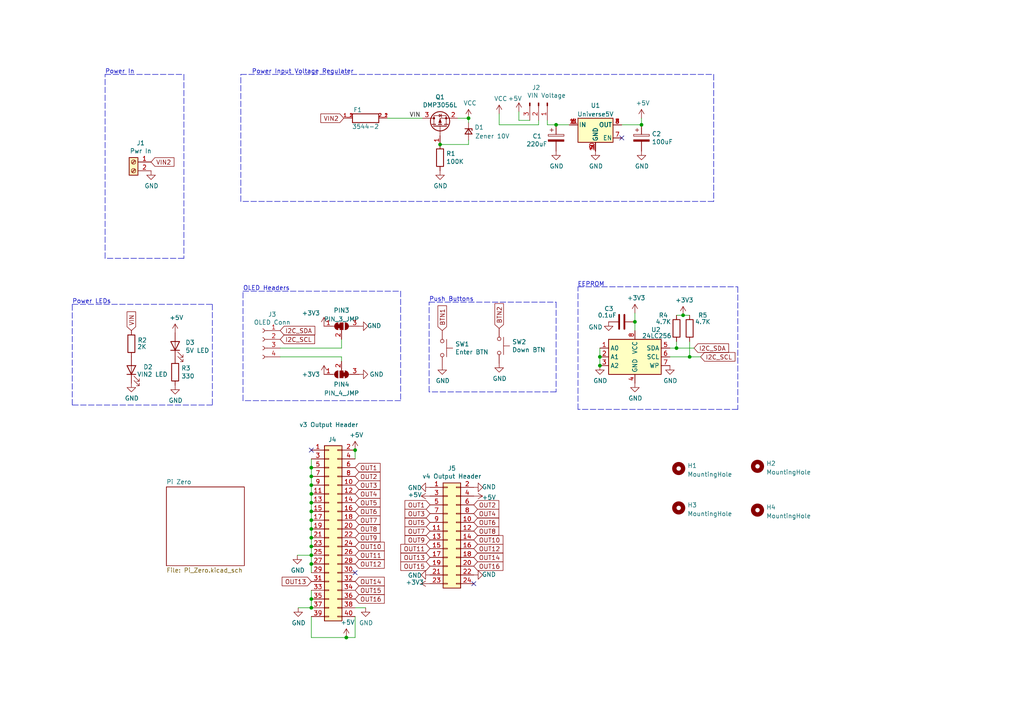
<source format=kicad_sch>
(kicad_sch (version 20211123) (generator eeschema)
  (paper "A4")
  (title_block (title "Pi Zero Expansion") (date "2022-09-01") (rev "v1") (company "Scott Hanson"))
  (lib_symbols
    (symbol "Connector:Conn_01x03_Male" (pin_names (offset 1.016) hide)
      (property "Reference" "J" (at 0 5.08 0))
      (property "Value" "Conn_01x03_Male" (at 0 -5.08 0))
      (symbol "Conn_01x03_Male_1_1"
        (polyline (pts (xy 1.27 -2.54) (xy 0.8636 -2.54)) (stroke (width 0.1524)))
        (polyline (pts (xy 1.27 0) (xy 0.8636 0)) (stroke (width 0.1524)))
        (polyline (pts (xy 1.27 2.54) (xy 0.8636 2.54)) (stroke (width 0.1524)))
        (rectangle (start 0.8636 -2.413) (end 0 -2.667) (stroke (width 0.1524)) (fill (type outline)))
        (rectangle (start 0.8636 0.127) (end 0 -0.127) (stroke (width 0.1524)) (fill (type outline)))
        (rectangle (start 0.8636 2.667) (end 0 2.413) (stroke (width 0.1524)) (fill (type outline)))
        (pin passive line (at 5.08 2.54 180) (length 3.81) (name "Pin_1") (number "1"))
        (pin passive line (at 5.08 0 180) (length 3.81) (name "Pin_2") (number "2"))
        (pin passive line (at 5.08 -2.54 180) (length 3.81) (name "Pin_3") (number "3"))
      )
    )
    (symbol "Connector:Conn_01x04_Female" (pin_names (offset 1.016) hide)
      (property "Reference" "J" (at 0 5.08 0))
      (property "Value" "Conn_01x04_Female" (at 0 -7.62 0))
      (symbol "Conn_01x04_Female_1_1"
        (arc (start 0 -4.572) (mid -0.508 -5.08) (end 0 -5.588) (stroke (width 0.1524)))
        (arc (start 0 -2.032) (mid -0.508 -2.54) (end 0 -3.048) (stroke (width 0.1524)))
        (polyline (pts (xy -1.27 -5.08) (xy -0.508 -5.08)) (stroke (width 0.1524)))
        (polyline (pts (xy -1.27 -2.54) (xy -0.508 -2.54)) (stroke (width 0.1524)))
        (polyline (pts (xy -1.27 0) (xy -0.508 0)) (stroke (width 0.1524)))
        (polyline (pts (xy -1.27 2.54) (xy -0.508 2.54)) (stroke (width 0.1524)))
        (arc (start 0 0.508) (mid -0.508 0) (end 0 -0.508) (stroke (width 0.1524)))
        (arc (start 0 3.048) (mid -0.508 2.54) (end 0 2.032) (stroke (width 0.1524)))
        (pin passive line (at -5.08 2.54 0) (length 3.81) (name "Pin_1") (number "1"))
        (pin passive line (at -5.08 0 0) (length 3.81) (name "Pin_2") (number "2"))
        (pin passive line (at -5.08 -2.54 0) (length 3.81) (name "Pin_3") (number "3"))
        (pin passive line (at -5.08 -5.08 0) (length 3.81) (name "Pin_4") (number "4"))
      )
    )
    (symbol "Connector:Screw_Terminal_01x02" (pin_names (offset 1.016) hide)
      (property "Reference" "J" (at 0 2.54 0))
      (property "Value" "Screw_Terminal_01x02" (at 0 -5.08 0))
      (symbol "Screw_Terminal_01x02_1_1"
        (rectangle (start -1.27 1.27) (end 1.27 -3.81) (stroke (width 0.254)) (fill (type background)))
        (circle (center 0 -2.54) (radius 0.635) (stroke (width 0.1524)))
        (polyline (pts (xy -0.5334 -2.2098) (xy 0.3302 -3.048)) (stroke (width 0.1524)))
        (polyline (pts (xy -0.5334 0.3302) (xy 0.3302 -0.508)) (stroke (width 0.1524)))
        (polyline (pts (xy -0.3556 -2.032) (xy 0.508 -2.8702)) (stroke (width 0.1524)))
        (polyline (pts (xy -0.3556 0.508) (xy 0.508 -0.3302)) (stroke (width 0.1524)))
        (circle (center 0 0) (radius 0.635) (stroke (width 0.1524)))
        (pin passive line (at -5.08 0 0) (length 3.81) (name "Pin_1") (number "1"))
        (pin passive line (at -5.08 -2.54 0) (length 3.81) (name "Pin_2") (number "2"))
      )
    )
    (symbol "Connector_Generic:Conn_02x12_Odd_Even" (pin_names (offset 1.016) hide)
      (property "Reference" "J" (at 1.27 15.24 0))
      (property "Value" "Conn_02x12_Odd_Even" (at 1.27 -17.78 0))
      (symbol "Conn_02x12_Odd_Even_1_1"
        (rectangle (start -1.27 -15.113) (end 0 -15.367) (stroke (width 0.1524)))
        (rectangle (start -1.27 -12.573) (end 0 -12.827) (stroke (width 0.1524)))
        (rectangle (start -1.27 -10.033) (end 0 -10.287) (stroke (width 0.1524)))
        (rectangle (start -1.27 -7.493) (end 0 -7.747) (stroke (width 0.1524)))
        (rectangle (start -1.27 -4.953) (end 0 -5.207) (stroke (width 0.1524)))
        (rectangle (start -1.27 -2.413) (end 0 -2.667) (stroke (width 0.1524)))
        (rectangle (start -1.27 0.127) (end 0 -0.127) (stroke (width 0.1524)))
        (rectangle (start -1.27 2.667) (end 0 2.413) (stroke (width 0.1524)))
        (rectangle (start -1.27 5.207) (end 0 4.953) (stroke (width 0.1524)))
        (rectangle (start -1.27 7.747) (end 0 7.493) (stroke (width 0.1524)))
        (rectangle (start -1.27 10.287) (end 0 10.033) (stroke (width 0.1524)))
        (rectangle (start -1.27 12.827) (end 0 12.573) (stroke (width 0.1524)))
        (rectangle (start -1.27 13.97) (end 3.81 -16.51) (stroke (width 0.254)) (fill (type background)))
        (rectangle (start 3.81 -15.113) (end 2.54 -15.367) (stroke (width 0.1524)))
        (rectangle (start 3.81 -12.573) (end 2.54 -12.827) (stroke (width 0.1524)))
        (rectangle (start 3.81 -10.033) (end 2.54 -10.287) (stroke (width 0.1524)))
        (rectangle (start 3.81 -7.493) (end 2.54 -7.747) (stroke (width 0.1524)))
        (rectangle (start 3.81 -4.953) (end 2.54 -5.207) (stroke (width 0.1524)))
        (rectangle (start 3.81 -2.413) (end 2.54 -2.667) (stroke (width 0.1524)))
        (rectangle (start 3.81 0.127) (end 2.54 -0.127) (stroke (width 0.1524)))
        (rectangle (start 3.81 2.667) (end 2.54 2.413) (stroke (width 0.1524)))
        (rectangle (start 3.81 5.207) (end 2.54 4.953) (stroke (width 0.1524)))
        (rectangle (start 3.81 7.747) (end 2.54 7.493) (stroke (width 0.1524)))
        (rectangle (start 3.81 10.287) (end 2.54 10.033) (stroke (width 0.1524)))
        (rectangle (start 3.81 12.827) (end 2.54 12.573) (stroke (width 0.1524)))
        (pin passive line (at -5.08 12.7 0) (length 3.81) (name "Pin_1") (number "1"))
        (pin passive line (at 7.62 2.54 180) (length 3.81) (name "Pin_10") (number "10"))
        (pin passive line (at -5.08 0 0) (length 3.81) (name "Pin_11") (number "11"))
        (pin passive line (at 7.62 0 180) (length 3.81) (name "Pin_12") (number "12"))
        (pin passive line (at -5.08 -2.54 0) (length 3.81) (name "Pin_13") (number "13"))
        (pin passive line (at 7.62 -2.54 180) (length 3.81) (name "Pin_14") (number "14"))
        (pin passive line (at -5.08 -5.08 0) (length 3.81) (name "Pin_15") (number "15"))
        (pin passive line (at 7.62 -5.08 180) (length 3.81) (name "Pin_16") (number "16"))
        (pin passive line (at -5.08 -7.62 0) (length 3.81) (name "Pin_17") (number "17"))
        (pin passive line (at 7.62 -7.62 180) (length 3.81) (name "Pin_18") (number "18"))
        (pin passive line (at -5.08 -10.16 0) (length 3.81) (name "Pin_19") (number "19"))
        (pin passive line (at 7.62 12.7 180) (length 3.81) (name "Pin_2") (number "2"))
        (pin passive line (at 7.62 -10.16 180) (length 3.81) (name "Pin_20") (number "20"))
        (pin passive line (at -5.08 -12.7 0) (length 3.81) (name "Pin_21") (number "21"))
        (pin passive line (at 7.62 -12.7 180) (length 3.81) (name "Pin_22") (number "22"))
        (pin passive line (at -5.08 -15.24 0) (length 3.81) (name "Pin_23") (number "23"))
        (pin passive line (at 7.62 -15.24 180) (length 3.81) (name "Pin_24") (number "24"))
        (pin passive line (at -5.08 10.16 0) (length 3.81) (name "Pin_3") (number "3"))
        (pin passive line (at 7.62 10.16 180) (length 3.81) (name "Pin_4") (number "4"))
        (pin passive line (at -5.08 7.62 0) (length 3.81) (name "Pin_5") (number "5"))
        (pin passive line (at 7.62 7.62 180) (length 3.81) (name "Pin_6") (number "6"))
        (pin passive line (at -5.08 5.08 0) (length 3.81) (name "Pin_7") (number "7"))
        (pin passive line (at 7.62 5.08 180) (length 3.81) (name "Pin_8") (number "8"))
        (pin passive line (at -5.08 2.54 0) (length 3.81) (name "Pin_9") (number "9"))
      )
    )
    (symbol "Connector_Generic:Conn_02x20_Odd_Even" (pin_names (offset 1.016) hide)
      (property "Reference" "J" (at 1.27 25.4 0))
      (property "Value" "Conn_02x20_Odd_Even" (at 1.27 -27.94 0))
      (symbol "Conn_02x20_Odd_Even_1_1"
        (rectangle (start -1.27 -25.273) (end 0 -25.527) (stroke (width 0.1524)))
        (rectangle (start -1.27 -22.733) (end 0 -22.987) (stroke (width 0.1524)))
        (rectangle (start -1.27 -20.193) (end 0 -20.447) (stroke (width 0.1524)))
        (rectangle (start -1.27 -17.653) (end 0 -17.907) (stroke (width 0.1524)))
        (rectangle (start -1.27 -15.113) (end 0 -15.367) (stroke (width 0.1524)))
        (rectangle (start -1.27 -12.573) (end 0 -12.827) (stroke (width 0.1524)))
        (rectangle (start -1.27 -10.033) (end 0 -10.287) (stroke (width 0.1524)))
        (rectangle (start -1.27 -7.493) (end 0 -7.747) (stroke (width 0.1524)))
        (rectangle (start -1.27 -4.953) (end 0 -5.207) (stroke (width 0.1524)))
        (rectangle (start -1.27 -2.413) (end 0 -2.667) (stroke (width 0.1524)))
        (rectangle (start -1.27 0.127) (end 0 -0.127) (stroke (width 0.1524)))
        (rectangle (start -1.27 2.667) (end 0 2.413) (stroke (width 0.1524)))
        (rectangle (start -1.27 5.207) (end 0 4.953) (stroke (width 0.1524)))
        (rectangle (start -1.27 7.747) (end 0 7.493) (stroke (width 0.1524)))
        (rectangle (start -1.27 10.287) (end 0 10.033) (stroke (width 0.1524)))
        (rectangle (start -1.27 12.827) (end 0 12.573) (stroke (width 0.1524)))
        (rectangle (start -1.27 15.367) (end 0 15.113) (stroke (width 0.1524)))
        (rectangle (start -1.27 17.907) (end 0 17.653) (stroke (width 0.1524)))
        (rectangle (start -1.27 20.447) (end 0 20.193) (stroke (width 0.1524)))
        (rectangle (start -1.27 22.987) (end 0 22.733) (stroke (width 0.1524)))
        (rectangle (start -1.27 24.13) (end 3.81 -26.67) (stroke (width 0.254)) (fill (type background)))
        (rectangle (start 3.81 -25.273) (end 2.54 -25.527) (stroke (width 0.1524)))
        (rectangle (start 3.81 -22.733) (end 2.54 -22.987) (stroke (width 0.1524)))
        (rectangle (start 3.81 -20.193) (end 2.54 -20.447) (stroke (width 0.1524)))
        (rectangle (start 3.81 -17.653) (end 2.54 -17.907) (stroke (width 0.1524)))
        (rectangle (start 3.81 -15.113) (end 2.54 -15.367) (stroke (width 0.1524)))
        (rectangle (start 3.81 -12.573) (end 2.54 -12.827) (stroke (width 0.1524)))
        (rectangle (start 3.81 -10.033) (end 2.54 -10.287) (stroke (width 0.1524)))
        (rectangle (start 3.81 -7.493) (end 2.54 -7.747) (stroke (width 0.1524)))
        (rectangle (start 3.81 -4.953) (end 2.54 -5.207) (stroke (width 0.1524)))
        (rectangle (start 3.81 -2.413) (end 2.54 -2.667) (stroke (width 0.1524)))
        (rectangle (start 3.81 0.127) (end 2.54 -0.127) (stroke (width 0.1524)))
        (rectangle (start 3.81 2.667) (end 2.54 2.413) (stroke (width 0.1524)))
        (rectangle (start 3.81 5.207) (end 2.54 4.953) (stroke (width 0.1524)))
        (rectangle (start 3.81 7.747) (end 2.54 7.493) (stroke (width 0.1524)))
        (rectangle (start 3.81 10.287) (end 2.54 10.033) (stroke (width 0.1524)))
        (rectangle (start 3.81 12.827) (end 2.54 12.573) (stroke (width 0.1524)))
        (rectangle (start 3.81 15.367) (end 2.54 15.113) (stroke (width 0.1524)))
        (rectangle (start 3.81 17.907) (end 2.54 17.653) (stroke (width 0.1524)))
        (rectangle (start 3.81 20.447) (end 2.54 20.193) (stroke (width 0.1524)))
        (rectangle (start 3.81 22.987) (end 2.54 22.733) (stroke (width 0.1524)))
        (pin passive line (at -5.08 22.86 0) (length 3.81) (name "Pin_1") (number "1"))
        (pin passive line (at 7.62 12.7 180) (length 3.81) (name "Pin_10") (number "10"))
        (pin passive line (at -5.08 10.16 0) (length 3.81) (name "Pin_11") (number "11"))
        (pin passive line (at 7.62 10.16 180) (length 3.81) (name "Pin_12") (number "12"))
        (pin passive line (at -5.08 7.62 0) (length 3.81) (name "Pin_13") (number "13"))
        (pin passive line (at 7.62 7.62 180) (length 3.81) (name "Pin_14") (number "14"))
        (pin passive line (at -5.08 5.08 0) (length 3.81) (name "Pin_15") (number "15"))
        (pin passive line (at 7.62 5.08 180) (length 3.81) (name "Pin_16") (number "16"))
        (pin passive line (at -5.08 2.54 0) (length 3.81) (name "Pin_17") (number "17"))
        (pin passive line (at 7.62 2.54 180) (length 3.81) (name "Pin_18") (number "18"))
        (pin passive line (at -5.08 0 0) (length 3.81) (name "Pin_19") (number "19"))
        (pin passive line (at 7.62 22.86 180) (length 3.81) (name "Pin_2") (number "2"))
        (pin passive line (at 7.62 0 180) (length 3.81) (name "Pin_20") (number "20"))
        (pin passive line (at -5.08 -2.54 0) (length 3.81) (name "Pin_21") (number "21"))
        (pin passive line (at 7.62 -2.54 180) (length 3.81) (name "Pin_22") (number "22"))
        (pin passive line (at -5.08 -5.08 0) (length 3.81) (name "Pin_23") (number "23"))
        (pin passive line (at 7.62 -5.08 180) (length 3.81) (name "Pin_24") (number "24"))
        (pin passive line (at -5.08 -7.62 0) (length 3.81) (name "Pin_25") (number "25"))
        (pin passive line (at 7.62 -7.62 180) (length 3.81) (name "Pin_26") (number "26"))
        (pin passive line (at -5.08 -10.16 0) (length 3.81) (name "Pin_27") (number "27"))
        (pin passive line (at 7.62 -10.16 180) (length 3.81) (name "Pin_28") (number "28"))
        (pin passive line (at -5.08 -12.7 0) (length 3.81) (name "Pin_29") (number "29"))
        (pin passive line (at -5.08 20.32 0) (length 3.81) (name "Pin_3") (number "3"))
        (pin passive line (at 7.62 -12.7 180) (length 3.81) (name "Pin_30") (number "30"))
        (pin passive line (at -5.08 -15.24 0) (length 3.81) (name "Pin_31") (number "31"))
        (pin passive line (at 7.62 -15.24 180) (length 3.81) (name "Pin_32") (number "32"))
        (pin passive line (at -5.08 -17.78 0) (length 3.81) (name "Pin_33") (number "33"))
        (pin passive line (at 7.62 -17.78 180) (length 3.81) (name "Pin_34") (number "34"))
        (pin passive line (at -5.08 -20.32 0) (length 3.81) (name "Pin_35") (number "35"))
        (pin passive line (at 7.62 -20.32 180) (length 3.81) (name "Pin_36") (number "36"))
        (pin passive line (at -5.08 -22.86 0) (length 3.81) (name "Pin_37") (number "37"))
        (pin passive line (at 7.62 -22.86 180) (length 3.81) (name "Pin_38") (number "38"))
        (pin passive line (at -5.08 -25.4 0) (length 3.81) (name "Pin_39") (number "39"))
        (pin passive line (at 7.62 20.32 180) (length 3.81) (name "Pin_4") (number "4"))
        (pin passive line (at 7.62 -25.4 180) (length 3.81) (name "Pin_40") (number "40"))
        (pin passive line (at -5.08 17.78 0) (length 3.81) (name "Pin_5") (number "5"))
        (pin passive line (at 7.62 17.78 180) (length 3.81) (name "Pin_6") (number "6"))
        (pin passive line (at -5.08 15.24 0) (length 3.81) (name "Pin_7") (number "7"))
        (pin passive line (at 7.62 15.24 180) (length 3.81) (name "Pin_8") (number "8"))
        (pin passive line (at -5.08 12.7 0) (length 3.81) (name "Pin_9") (number "9"))
      )
    )
    (symbol "Device:C" (pin_numbers hide) (pin_names (offset 0.254))
      (property "Reference" "C" (at 0.635 2.54 0))
      (property "Value" "C" (at 0.635 -2.54 0))
      (symbol "C_0_1"
        (polyline (pts (xy -2.032 -0.762) (xy 2.032 -0.762)) (stroke (width 0.508)))
        (polyline (pts (xy -2.032 0.762) (xy 2.032 0.762)) (stroke (width 0.508)))
      )
      (symbol "C_1_1"
        (pin passive line (at 0 3.81 270) (length 2.794) (name "~") (number "1"))
        (pin passive line (at 0 -3.81 90) (length 2.794) (name "~") (number "2"))
      )
    )
    (symbol "Device:D_Zener_Small" (pin_numbers hide) (pin_names (offset 0.254) hide)
      (property "Reference" "D" (at 0 2.286 0))
      (property "Value" "D_Zener_Small" (at 0 -2.286 0))
      (symbol "D_Zener_Small_0_1"
        (polyline (pts (xy 0.762 0) (xy -0.762 0)))
        (polyline (pts (xy -0.254 1.016) (xy -0.762 1.016) (xy -0.762 -1.016)) (stroke (width 0.254)))
        (polyline (pts (xy 0.762 1.016) (xy -0.762 0) (xy 0.762 -1.016) (xy 0.762 1.016)) (stroke (width 0.254)))
      )
      (symbol "D_Zener_Small_1_1"
        (pin passive line (at -2.54 0 0) (length 1.778) (name "K") (number "1"))
        (pin passive line (at 2.54 0 180) (length 1.778) (name "A") (number "2"))
      )
    )
    (symbol "Device:LED" (pin_numbers hide) (pin_names (offset 1.016) hide)
      (property "Reference" "D" (at 0 2.54 0))
      (property "Value" "LED" (at 0 -2.54 0))
      (symbol "LED_0_1"
        (polyline (pts (xy -1.27 -1.27) (xy -1.27 1.27)) (stroke (width 0.254)))
        (polyline (pts (xy -1.27 0) (xy 1.27 0)))
        (polyline (pts (xy 1.27 -1.27) (xy 1.27 1.27) (xy -1.27 0) (xy 1.27 -1.27)) (stroke (width 0.254)))
        (polyline (pts (xy -3.048 -0.762) (xy -4.572 -2.286) (xy -3.81 -2.286) (xy -4.572 -2.286) (xy -4.572 -1.524)))
        (polyline (pts (xy -1.778 -0.762) (xy -3.302 -2.286) (xy -2.54 -2.286) (xy -3.302 -2.286) (xy -3.302 -1.524)))
      )
      (symbol "LED_1_1"
        (pin passive line (at -3.81 0 0) (length 2.54) (name "K") (number "1"))
        (pin passive line (at 3.81 0 180) (length 2.54) (name "A") (number "2"))
      )
    )
    (symbol "Device:Q_PMOS_GSD" (pin_names (offset 0) hide)
      (property "Reference" "Q" (at 5.08 1.27 0))
      (property "Value" "Q_PMOS_GSD" (at 5.08 -1.27 0))
      (symbol "Q_PMOS_GSD_0_1"
        (polyline (pts (xy 0.254 0) (xy -2.54 0)))
        (polyline (pts (xy 0.254 1.905) (xy 0.254 -1.905)) (stroke (width 0.254)))
        (polyline (pts (xy 0.762 -1.27) (xy 0.762 -2.286)) (stroke (width 0.254)))
        (polyline (pts (xy 0.762 0.508) (xy 0.762 -0.508)) (stroke (width 0.254)))
        (polyline (pts (xy 0.762 2.286) (xy 0.762 1.27)) (stroke (width 0.254)))
        (polyline (pts (xy 2.54 2.54) (xy 2.54 1.778)))
        (polyline (pts (xy 2.54 -2.54) (xy 2.54 0) (xy 0.762 0)))
        (polyline (pts (xy 0.762 1.778) (xy 3.302 1.778) (xy 3.302 -1.778) (xy 0.762 -1.778)))
        (polyline (pts (xy 2.286 0) (xy 1.27 0.381) (xy 1.27 -0.381) (xy 2.286 0)) (fill (type outline)))
        (polyline (pts (xy 2.794 -0.508) (xy 2.921 -0.381) (xy 3.683 -0.381) (xy 3.81 -0.254)))
        (polyline (pts (xy 3.302 -0.381) (xy 2.921 0.254) (xy 3.683 0.254) (xy 3.302 -0.381)))
        (circle (center 1.651 0) (radius 2.794) (stroke (width 0.254)))
        (circle (center 2.54 -1.778) (radius 0.254) (fill (type outline)))
        (circle (center 2.54 1.778) (radius 0.254) (fill (type outline)))
      )
      (symbol "Q_PMOS_GSD_1_1"
        (pin input line (at -5.08 0 0) (length 2.54) (name "G") (number "1"))
        (pin passive line (at 2.54 -5.08 90) (length 2.54) (name "S") (number "2"))
        (pin passive line (at 2.54 5.08 270) (length 2.54) (name "D") (number "3"))
      )
    )
    (symbol "Device:R" (pin_numbers hide) (pin_names (offset 0))
      (property "Reference" "R" (at 2.032 0 90))
      (property "Value" "R" (at 0 0 90))
      (symbol "R_0_1"
        (rectangle (start -1.016 -2.54) (end 1.016 2.54) (stroke (width 0.254)))
      )
      (symbol "R_1_1"
        (pin passive line (at 0 3.81 270) (length 1.27) (name "~") (number "1"))
        (pin passive line (at 0 -3.81 90) (length 1.27) (name "~") (number "2"))
      )
    )
    (symbol "Jumper:SolderJumper_3_Bridged12" (pin_names (offset 0) hide)
      (property "Reference" "JP" (at -2.54 -2.54 0))
      (property "Value" "SolderJumper_3_Bridged12" (at 0 2.794 0))
      (symbol "SolderJumper_3_Bridged12_0_1"
        (rectangle (start -1.016 0.508) (end -0.508 -0.508) (fill (type outline)))
        (arc (start -1.016 1.016) (mid -2.032 0) (end -1.016 -1.016))
        (arc (start -1.016 1.016) (mid -2.032 0) (end -1.016 -1.016) (fill (type outline)))
        (rectangle (start -0.508 1.016) (end 0.508 -1.016) (fill (type outline)))
        (polyline (pts (xy -2.54 0) (xy -2.032 0)))
        (polyline (pts (xy -1.016 1.016) (xy -1.016 -1.016)))
        (polyline (pts (xy 0 -1.27) (xy 0 -1.016)))
        (polyline (pts (xy 1.016 1.016) (xy 1.016 -1.016)))
        (polyline (pts (xy 2.54 0) (xy 2.032 0)))
        (arc (start 1.016 -1.016) (mid 2.032 0) (end 1.016 1.016))
        (arc (start 1.016 -1.016) (mid 2.032 0) (end 1.016 1.016) (fill (type outline)))
      )
      (symbol "SolderJumper_3_Bridged12_1_1"
        (pin passive line (at -5.08 0 0) (length 2.54) (name "A") (number "1"))
        (pin passive line (at 0 -3.81 90) (length 2.54) (name "C") (number "2"))
        (pin passive line (at 5.08 0 180) (length 2.54) (name "B") (number "3"))
      )
    )
    (symbol "Mechanical:MountingHole" (pin_names (offset 1.016))
      (property "Reference" "H" (at 0 5.08 0))
      (property "Value" "MountingHole" (at 0 3.175 0))
      (symbol "MountingHole_0_1"
        (circle (center 0 0) (radius 1.27) (stroke (width 1.27)))
      )
    )
    (symbol "Memory_EEPROM:24LC256"
      (property "Reference" "U" (at -6.35 6.35 0))
      (property "Value" "24LC256" (at 1.27 6.35 0))
      (symbol "24LC256_1_1"
        (rectangle (start -7.62 5.08) (end 7.62 -5.08) (stroke (width 0.254)) (fill (type background)))
        (pin input line (at -10.16 2.54 0) (length 2.54) (name "A0") (number "1"))
        (pin input line (at -10.16 0 0) (length 2.54) (name "A1") (number "2"))
        (pin input line (at -10.16 -2.54 0) (length 2.54) (name "A2") (number "3"))
        (pin power_in line (at 0 -7.62 90) (length 2.54) (name "GND") (number "4"))
        (pin bidirectional line (at 10.16 2.54 180) (length 2.54) (name "SDA") (number "5"))
        (pin input line (at 10.16 0 180) (length 2.54) (name "SCL") (number "6"))
        (pin input line (at 10.16 -2.54 180) (length 2.54) (name "WP") (number "7"))
        (pin power_in line (at 0 7.62 270) (length 2.54) (name "VCC") (number "8"))
      )
    )
    (symbol "Pi_Zero_Expansion-rescue:CP-Device" (pin_numbers hide) (pin_names (offset 0.254))
      (property "Reference" "C" (at 0.635 2.54 0))
      (property "Value" "CP-Device" (at 0.635 -2.54 0))
      (symbol "CP-Device_0_1"
        (rectangle (start -2.286 0.508) (end 2.286 1.016))
        (polyline (pts (xy -1.778 2.286) (xy -0.762 2.286)))
        (polyline (pts (xy -1.27 2.794) (xy -1.27 1.778)))
        (rectangle (start 2.286 -0.508) (end -2.286 -1.016) (fill (type outline)))
      )
      (symbol "CP-Device_1_1"
        (pin passive line (at 0 3.81 270) (length 2.794) (name "~") (number "1"))
        (pin passive line (at 0 -3.81 90) (length 2.794) (name "~") (number "2"))
      )
    )
    (symbol "Scotts:3544-2-Keystone_Fuse" (pin_names (offset 1.016) hide)
      (property "Reference" "F?" (at -7.62 5.08 0))
      (property "Value" "3544-2-Keystone_Fuse" (at -8.89 7.62 0))
      (symbol "3544-2-Keystone_Fuse_0_0"
        (polyline (pts (xy -3.81 -1.27) (xy -3.81 1.27)) (stroke (width 0.254)))
        (polyline (pts (xy -3.81 1.27) (xy 3.81 1.27)) (stroke (width 0.254)))
        (polyline (pts (xy 3.81 -1.27) (xy -3.81 -1.27)) (stroke (width 0.254)))
        (polyline (pts (xy 3.81 1.27) (xy 3.81 -1.27)) (stroke (width 0.254)))
        (text "~" (at 0 0 0) (effects (font (size 1.27 1.27))))
        (pin passive line (at -6.35 0 0) (length 2.54) (name "1") (number "1_1"))
        (pin passive line (at -6.35 0 0) (length 2.54) (name "1") (number "1_2"))
        (pin passive line (at 6.35 0 180) (length 2.54) (name "2") (number "2_1"))
        (pin passive line (at 6.35 0 180) (length 2.54) (name "2") (number "2_2"))
      )
    )
    (symbol "Scotts:SolderJumper_3_Bridged23" (pin_names (offset 0) hide)
      (property "Reference" "JP?" (at 0 6.35 0))
      (property "Value" "SolderJumper_3_Bridged23" (at 0 3.81 0))
      (symbol "SolderJumper_3_Bridged23_0_1"
        (arc (start -1.016 1.016) (mid -2.032 0) (end -1.016 -1.016))
        (arc (start -1.016 1.016) (mid -2.032 0) (end -1.016 -1.016) (fill (type outline)))
        (rectangle (start -0.508 1.016) (end 0.508 -1.016) (fill (type outline)))
        (polyline (pts (xy -2.54 0) (xy -2.032 0)))
        (polyline (pts (xy -1.016 1.016) (xy -1.016 -1.016)))
        (polyline (pts (xy 0 -1.27) (xy 0 -1.016)))
        (polyline (pts (xy 1.016 1.016) (xy 1.016 -1.016)))
        (polyline (pts (xy 2.54 0) (xy 2.032 0)))
        (rectangle (start 0.508 0.508) (end 1.016 -0.508) (fill (type outline)))
        (arc (start 1.016 -1.016) (mid 2.032 0) (end 1.016 1.016))
        (arc (start 1.016 -1.016) (mid 2.032 0) (end 1.016 1.016) (fill (type outline)))
      )
      (symbol "SolderJumper_3_Bridged23_1_1"
        (pin passive line (at -5.08 0 0) (length 2.54) (name "A") (number "1"))
        (pin passive line (at 0 -3.81 90) (length 2.54) (name "C") (number "2"))
        (pin passive line (at 5.08 0 180) (length 2.54) (name "B") (number "3"))
      )
    )
    (symbol "Scotts:Universe5V" (pin_names (offset 0.254))
      (property "Reference" "U" (at -3.81 3.175 0))
      (property "Value" "Universe5V" (at 0 3.175 0))
      (symbol "Universe5V_0_0"
        (pin power_in line (at 0 -7.62 90) (length 2.54) (name "GND") (number "10"))
        (pin power_in line (at -7.62 0 0) (length 2.54) (name "IN") (number "11"))
        (pin power_out line (at 7.62 0 180) (length 2.54) (name "OUT") (number "4"))
        (pin power_in line (at 0 -7.62 90) (length 2.54) (name "GND") (number "5"))
        (pin power_in line (at -7.62 0 0) (length 2.54) (name "IN") (number "6"))
        (pin output line (at 7.62 -3.81 180) (length 2.54) (name "EN") (number "7"))
        (pin power_out line (at 7.62 0 180) (length 2.54) (name "OUT") (number "8"))
        (pin power_in line (at 0 -7.62 90) (length 2.54) (name "GND") (number "9"))
      )
      (symbol "Universe5V_0_1"
        (rectangle (start -5.08 1.905) (end 5.08 -5.08) (stroke (width 0.254)) (fill (type background)))
      )
      (symbol "Universe5V_1_1"
        (pin power_in line (at -7.62 0 0) (length 2.54) (name "IN") (number "1"))
        (pin power_in line (at 0 -7.62 90) (length 2.54) (name "GND") (number "2"))
        (pin power_out line (at 7.62 0 180) (length 2.54) (name "OUT") (number "3"))
      )
    )
    (symbol "Switch:SW_Push" (pin_numbers hide) (pin_names (offset 1.016) hide)
      (property "Reference" "SW" (at 1.27 2.54 0))
      (property "Value" "SW_Push" (at 0 -1.524 0))
      (symbol "SW_Push_0_1"
        (circle (center -2.032 0) (radius 0.508))
        (polyline (pts (xy 0 1.27) (xy 0 3.048)))
        (polyline (pts (xy 2.54 1.27) (xy -2.54 1.27)))
        (circle (center 2.032 0) (radius 0.508))
        (pin passive line (at -5.08 0 0) (length 2.54) (name "1") (number "1"))
        (pin passive line (at 5.08 0 180) (length 2.54) (name "2") (number "2"))
      )
    )
    (symbol "power:+3.3V" (power) (pin_names (offset 0))
      (property "Value" "+3.3V" (at 0 3.556 0))
      (symbol "+3.3V_0_1"
        (polyline (pts (xy -0.762 1.27) (xy 0 2.54)))
        (polyline (pts (xy 0 0) (xy 0 2.54)))
        (polyline (pts (xy 0 2.54) (xy 0.762 1.27)))
      )
      (symbol "+3.3V_1_1"
        (pin power_in line (at 0 0 90) (length 0) hide (name "+3V3") (number "1"))
      )
    )
    (symbol "power:+5V" (power) (pin_names (offset 0))
      (property "Value" "+5V" (at 0 3.556 0))
      (symbol "+5V_0_1"
        (polyline (pts (xy -0.762 1.27) (xy 0 2.54)))
        (polyline (pts (xy 0 0) (xy 0 2.54)))
        (polyline (pts (xy 0 2.54) (xy 0.762 1.27)))
      )
      (symbol "+5V_1_1"
        (pin power_in line (at 0 0 90) (length 0) hide (name "+5V") (number "1"))
      )
    )
    (symbol "power:GND" (power) (pin_names (offset 0))
      (property "Value" "GND" (at 0 -3.81 0))
      (symbol "GND_0_1"
        (polyline (pts (xy 0 0) (xy 0 -1.27) (xy 1.27 -1.27) (xy 0 -2.54) (xy -1.27 -1.27) (xy 0 -1.27)))
      )
      (symbol "GND_1_1"
        (pin power_in line (at 0 0 270) (length 0) hide (name "GND") (number "1"))
      )
    )
    (symbol "power:VCC" (power) (pin_names (offset 0))
      (property "Value" "VCC" (at 0 3.81 0))
      (symbol "VCC_0_1"
        (polyline (pts (xy -0.762 1.27) (xy 0 2.54)))
        (polyline (pts (xy 0 0) (xy 0 2.54)))
        (polyline (pts (xy 0 2.54) (xy 0.762 1.27)))
      )
      (symbol "VCC_1_1"
        (pin power_in line (at 0 0 90) (length 0) hide (name "VCC") (number "1"))
      )
    )
  )
  (junction (at 102.997 130.556))
  (junction (at 90.297 155.956))
  (junction (at 90.297 140.716))
  (junction (at 90.297 176.276))
  (junction (at 90.297 148.336))
  (junction (at 90.297 153.416))
  (junction (at 186.055 36.195))
  (junction (at 100.457 184.912))
  (junction (at 90.297 143.256))
  (junction (at 90.297 145.796))
  (junction (at 198.12 91.44))
  (junction (at 90.297 138.176))
  (junction (at 161.29 36.195))
  (junction (at 196.215 100.965))
  (junction (at 127.635 41.91))
  (junction (at 173.99 103.505))
  (junction (at 135.89 34.29))
  (junction (at 90.297 173.736))
  (junction (at 200.025 103.505))
  (junction (at 184.15 93.345))
  (junction (at 90.297 161.036))
  (junction (at 90.297 135.636))
  (junction (at 90.297 158.496))
  (junction (at 90.297 150.876))
  (junction (at 173.99 106.045))
  (junction (at 90.297 163.576))
  (no_connect (at 102.997 166.116))
  (no_connect (at 137.414 169.291))
  (no_connect (at 180.34 40.005))
  (no_connect (at 90.297 130.556))
  (wire (pts (xy 203.2 103.505) (xy 200.025 103.505)))
  (wire (pts (xy 156.21 36.195) (xy 144.78 36.195)))
  (wire (pts (xy 99.06 98.425) (xy 99.06 100.965)))
  (wire (pts (xy 112.395 34.29) (xy 122.555 34.29)))
  (polyline (pts (xy 213.995 118.745) (xy 167.64 118.745)))
  (wire (pts (xy 90.297 171.196) (xy 90.297 173.736)))
  (wire (pts (xy 135.89 41.91) (xy 127.635 41.91)))
  (wire (pts (xy 196.215 99.06) (xy 196.215 100.965)))
  (polyline (pts (xy 61.595 88.265) (xy 61.595 117.475)))
  (wire (pts (xy 194.31 100.965) (xy 196.215 100.965)))
  (wire (pts (xy 200.025 91.44) (xy 198.12 91.44)))
  (polyline (pts (xy 69.85 21.59) (xy 207.01 21.59)))
  (wire (pts (xy 132.715 34.29) (xy 135.89 34.29)))
  (polyline (pts (xy 20.955 117.475) (xy 20.955 88.265)))
  (polyline (pts (xy 61.595 117.475) (xy 20.955 117.475)))
  (wire (pts (xy 102.997 184.912) (xy 100.457 184.912)))
  (wire (pts (xy 102.997 130.556) (xy 102.997 133.096)))
  (polyline (pts (xy 53.34 21.59) (xy 53.34 74.93)))
  (wire (pts (xy 150.495 34.925) (xy 153.67 34.925)))
  (wire (pts (xy 90.297 161.036) (xy 86.233 161.036)))
  (wire (pts (xy 150.495 32.385) (xy 150.495 34.925)))
  (wire (pts (xy 81.28 100.965) (xy 99.06 100.965)))
  (polyline (pts (xy 124.46 113.665) (xy 124.46 87.63)))
  (wire (pts (xy 90.297 150.876) (xy 90.297 153.416)))
  (polyline (pts (xy 124.46 87.63) (xy 161.29 87.63)))
  (wire (pts (xy 90.297 176.276) (xy 86.487 176.276)))
  (wire (pts (xy 180.34 36.195) (xy 186.055 36.195)))
  (wire (pts (xy 196.215 100.965) (xy 201.295 100.965)))
  (wire (pts (xy 90.297 153.416) (xy 90.297 155.956)))
  (wire (pts (xy 100.457 184.912) (xy 90.297 184.912)))
  (polyline (pts (xy 213.995 83.185) (xy 213.995 118.745)))
  (polyline (pts (xy 70.485 84.455) (xy 116.205 84.455)))
  (wire (pts (xy 90.297 135.636) (xy 90.297 138.176)))
  (polyline (pts (xy 167.64 83.185) (xy 213.995 83.185)))
  (polyline (pts (xy 20.955 88.265) (xy 61.595 88.265)))
  (polyline (pts (xy 161.29 113.665) (xy 124.46 113.665)))
  (wire (pts (xy 184.15 93.345) (xy 184.15 95.885)))
  (wire (pts (xy 200.025 99.06) (xy 200.025 103.505)))
  (polyline (pts (xy 70.485 116.205) (xy 70.485 84.455)))
  (polyline (pts (xy 30.48 21.59) (xy 53.34 21.59)))
  (polyline (pts (xy 167.64 118.745) (xy 167.64 83.185)))
  (wire (pts (xy 102.997 178.816) (xy 102.997 184.912)))
  (wire (pts (xy 198.12 91.44) (xy 196.215 91.44)))
  (wire (pts (xy 161.29 36.195) (xy 165.1 36.195)))
  (wire (pts (xy 90.297 140.716) (xy 90.297 143.256)))
  (wire (pts (xy 186.055 34.29) (xy 186.055 36.195)))
  (wire (pts (xy 90.297 138.176) (xy 90.297 140.716)))
  (polyline (pts (xy 69.85 58.42) (xy 69.85 21.59)))
  (wire (pts (xy 173.99 100.965) (xy 173.99 103.505)))
  (wire (pts (xy 158.75 34.925) (xy 158.75 36.195)))
  (wire (pts (xy 81.28 103.505) (xy 99.06 103.505)))
  (wire (pts (xy 90.297 155.956) (xy 90.297 158.496)))
  (wire (pts (xy 200.025 103.505) (xy 194.31 103.505)))
  (wire (pts (xy 156.21 34.925) (xy 156.21 36.195)))
  (wire (pts (xy 90.297 145.796) (xy 90.297 148.336)))
  (wire (pts (xy 173.99 103.505) (xy 173.99 106.045)))
  (wire (pts (xy 135.89 34.29) (xy 135.89 35.56)))
  (wire (pts (xy 90.297 163.576) (xy 90.297 166.116)))
  (wire (pts (xy 135.89 40.64) (xy 135.89 41.91)))
  (wire (pts (xy 90.297 143.256) (xy 90.297 145.796)))
  (wire (pts (xy 90.297 178.816) (xy 90.297 184.912)))
  (wire (pts (xy 90.297 148.336) (xy 90.297 150.876)))
  (polyline (pts (xy 207.01 58.42) (xy 69.85 58.42)))
  (wire (pts (xy 158.75 36.195) (xy 161.29 36.195)))
  (wire (pts (xy 99.06 103.505) (xy 99.06 104.775)))
  (wire (pts (xy 184.15 90.805) (xy 184.15 93.345)))
  (wire (pts (xy 144.78 36.195) (xy 144.78 33.02)))
  (polyline (pts (xy 30.48 74.93) (xy 30.48 21.59)))
  (wire (pts (xy 90.297 158.496) (xy 90.297 161.036)))
  (wire (pts (xy 102.997 176.276) (xy 106.045 176.276)))
  (wire (pts (xy 90.297 173.736) (xy 90.297 176.276)))
  (wire (pts (xy 90.297 133.096) (xy 90.297 135.636)))
  (wire (pts (xy 90.297 161.036) (xy 90.297 163.576)))
  (polyline (pts (xy 116.205 116.205) (xy 70.485 116.205)))
  (polyline (pts (xy 53.34 74.93) (xy 30.48 74.93)))
  (polyline (pts (xy 207.01 21.59) (xy 207.01 58.42)))
  (polyline (pts (xy 116.205 84.455) (xy 116.205 116.205)))
  (polyline (pts (xy 161.29 87.63) (xy 161.29 113.665)))
  (text "Power LEDs" (at 20.955 88.265 0) (effects (font (size 1.27 1.27)) (justify left bottom)))
  (text "Power In" (at 30.48 21.59 0) (effects (font (size 1.27 1.27)) (justify left bottom)))
  (text "OLED Headers" (at 70.485 84.455 0) (effects (font (size 1.27 1.27)) (justify left bottom)))
  (text "Push Buttons" (at 124.46 87.63 0) (effects (font (size 1.27 1.27)) (justify left bottom)))
  (text "Power Input Voltage Regulater" (at 73.025 21.59 0) (effects (font (size 1.27 1.27)) (justify left bottom)))
  (text "EEPROM" (at 167.513 83.312 0) (effects (font (size 1.27 1.27)) (justify left bottom)))
  (label "VIN" (at 118.745 34.29 0))
  (global_label "OUT15" (shape input) (at 102.997 171.196 0) (property "Intersheet References" "${INTERSHEET_REFS}" (effects hide)))
  (global_label "OUT5" (shape input) (at 124.714 151.511 180) (property "Intersheet References" "${INTERSHEET_REFS}" (effects hide)))
  (global_label "OUT12" (shape input) (at 137.414 159.131 0) (property "Intersheet References" "${INTERSHEET_REFS}" (effects hide)))
  (global_label "OUT2" (shape input) (at 102.997 138.176 0) (property "Intersheet References" "${INTERSHEET_REFS}" (effects hide)))
  (global_label "OUT8" (shape input) (at 137.414 154.051 0) (property "Intersheet References" "${INTERSHEET_REFS}" (effects hide)))
  (global_label "VIN2" (shape input) (at 99.695 34.29 180) (property "Intersheet References" "${INTERSHEET_REFS}" (effects hide)))
  (global_label "OUT13" (shape input) (at 90.297 168.656 180) (property "Intersheet References" "${INTERSHEET_REFS}" (effects hide)))
  (global_label "OUT16" (shape input) (at 137.414 164.211 0) (property "Intersheet References" "${INTERSHEET_REFS}" (effects hide)))
  (global_label "OUT9" (shape input) (at 102.997 155.956 0) (property "Intersheet References" "${INTERSHEET_REFS}" (effects hide)))
  (global_label "OUT12" (shape input) (at 102.997 163.576 0) (property "Intersheet References" "${INTERSHEET_REFS}" (effects hide)))
  (global_label "OUT14" (shape input) (at 137.414 161.671 0) (property "Intersheet References" "${INTERSHEET_REFS}" (effects hide)))
  (global_label "VIN2" (shape input) (at 43.815 46.99 0) (property "Intersheet References" "${INTERSHEET_REFS}" (effects hide)))
  (global_label "OUT1" (shape input) (at 102.997 135.636 0) (property "Intersheet References" "${INTERSHEET_REFS}" (effects hide)))
  (global_label "OUT3" (shape input) (at 124.714 148.971 180) (property "Intersheet References" "${INTERSHEET_REFS}" (effects hide)))
  (global_label "OUT3" (shape input) (at 102.997 140.716 0) (property "Intersheet References" "${INTERSHEET_REFS}" (effects hide)))
  (global_label "OUT4" (shape input) (at 137.414 148.971 0) (property "Intersheet References" "${INTERSHEET_REFS}" (effects hide)))
  (global_label "OUT16" (shape input) (at 102.997 173.736 0) (property "Intersheet References" "${INTERSHEET_REFS}" (effects hide)))
  (global_label "OUT6" (shape input) (at 102.997 148.336 0) (property "Intersheet References" "${INTERSHEET_REFS}" (effects hide)))
  (global_label "OUT8" (shape input) (at 102.997 153.416 0) (property "Intersheet References" "${INTERSHEET_REFS}" (effects hide)))
  (global_label "OUT13" (shape input) (at 124.714 161.671 180) (property "Intersheet References" "${INTERSHEET_REFS}" (effects hide)))
  (global_label "OUT14" (shape input) (at 102.997 168.656 0) (property "Intersheet References" "${INTERSHEET_REFS}" (effects hide)))
  (global_label "I2C_SCL" (shape input) (at 81.28 98.425 0) (property "Intersheet References" "${INTERSHEET_REFS}" (effects hide)))
  (global_label "OUT6" (shape input) (at 137.414 151.511 0) (property "Intersheet References" "${INTERSHEET_REFS}" (effects hide)))
  (global_label "OUT7" (shape input) (at 124.714 154.051 180) (property "Intersheet References" "${INTERSHEET_REFS}" (effects hide)))
  (global_label "BTN1" (shape input) (at 128.27 95.885 90) (property "Intersheet References" "${INTERSHEET_REFS}" (effects hide)))
  (global_label "BTN2" (shape input) (at 144.78 95.25 90) (property "Intersheet References" "${INTERSHEET_REFS}" (effects hide)))
  (global_label "OUT11" (shape input) (at 124.714 159.131 180) (property "Intersheet References" "${INTERSHEET_REFS}" (effects hide)))
  (global_label "OUT5" (shape input) (at 102.997 145.796 0) (property "Intersheet References" "${INTERSHEET_REFS}" (effects hide)))
  (global_label "OUT2" (shape input) (at 137.414 146.431 0) (property "Intersheet References" "${INTERSHEET_REFS}" (effects hide)))
  (global_label "OUT1" (shape input) (at 124.714 146.431 180) (property "Intersheet References" "${INTERSHEET_REFS}" (effects hide)))
  (global_label "I2C_SDA" (shape input) (at 201.295 100.965 0) (property "Intersheet References" "${INTERSHEET_REFS}" (effects hide)))
  (global_label "I2C_SCL" (shape input) (at 203.2 103.505 0) (property "Intersheet References" "${INTERSHEET_REFS}" (effects hide)))
  (global_label "OUT10" (shape input) (at 102.997 158.496 0) (property "Intersheet References" "${INTERSHEET_REFS}" (effects hide)))
  (global_label "OUT4" (shape input) (at 102.997 143.256 0) (property "Intersheet References" "${INTERSHEET_REFS}" (effects hide)))
  (global_label "OUT15" (shape input) (at 124.714 164.211 180) (property "Intersheet References" "${INTERSHEET_REFS}" (effects hide)))
  (global_label "VIN" (shape input) (at 38.1 95.885 90) (property "Intersheet References" "${INTERSHEET_REFS}" (effects hide)))
  (global_label "I2C_SDA" (shape input) (at 81.28 95.885 0) (property "Intersheet References" "${INTERSHEET_REFS}" (effects hide)))
  (global_label "OUT10" (shape input) (at 137.414 156.591 0) (property "Intersheet References" "${INTERSHEET_REFS}" (effects hide)))
  (global_label "OUT7" (shape input) (at 102.997 150.876 0) (property "Intersheet References" "${INTERSHEET_REFS}" (effects hide)))
  (global_label "OUT9" (shape input) (at 124.714 156.591 180) (property "Intersheet References" "${INTERSHEET_REFS}" (effects hide)))
  (global_label "OUT11" (shape input) (at 102.997 161.036 0) (property "Intersheet References" "${INTERSHEET_REFS}" (effects hide)))
  (symbol (lib_id "Pi_Zero_Expansion-rescue:CP-Device") (at 186.055 40.005 0) (unit 1)
    (property "Reference" "C2" (at 189.0522 38.8366 0) (effects (justify left)))
    (property "Value" "100uF" (at 189.0522 41.148 0) (effects (justify left)))
    (property "Footprint" "Capacitor_SMD:CP_Elec_6.3x5.4_Nichicon" (effects hide))
    (property "Digi-Key_PN" "493-2105-1-ND" (effects hide))
    (property "MPN" "UWX1C101MCL1GB" (effects hide))
    (property "LCSC" "C134723" (effects hide))
  )
  (symbol (lib_id "Pi_Zero_Expansion-rescue:CP-Device") (at 161.29 40.005 0) (unit 1)
    (property "Reference" "C1" (at 154.432 39.497 0) (effects (justify left)))
    (property "Value" "220uF" (at 152.654 41.783 0) (effects (justify left)))
    (property "Footprint" "Capacitor_THT:CP_Radial_D10.0mm_P5.00mm" (effects hide))
    (property "Digi-Key_PN" "P5183-ND" (effects hide))
    (property "MPN" "ECA-1HM221" (effects hide))
    (property "LCSC" "C338228" (effects hide))
  )
  (symbol (lib_id "power:GND") (at 172.72 43.815 0) (unit 1)
    (property "Reference" "#PWR032" (effects hide))
    (property "Value" "GND" (at 172.847 48.2092 0))
  )
  (symbol (lib_id "power:GND") (at 186.055 43.815 0) (unit 1)
    (property "Reference" "#PWR038" (effects hide))
    (property "Value" "GND" (at 186.182 48.2092 0))
  )
  (symbol (lib_id "power:GND") (at 161.29 43.815 0) (unit 1)
    (property "Reference" "#PWR031" (effects hide))
    (property "Value" "GND" (at 161.417 48.2092 0))
  )
  (symbol (lib_id "power:+5V") (at 186.055 34.29 0) (unit 1)
    (property "Reference" "#PWR037" (effects hide))
    (property "Value" "+5V" (at 186.436 29.8958 0))
  )
  (symbol (lib_id "Scotts:3544-2-Keystone_Fuse") (at 106.045 34.29 0) (unit 1)
    (property "Reference" "F1" (at 102.489 31.877 0) (effects (justify left)))
    (property "Value" "3544-2" (at 102.108 36.703 0) (effects (justify left)))
    (property "Footprint" "Scotts:FUSE_3544-2" (effects hide))
    (property "Field4" "3544-2" (effects hide))
    (property "Field5" "None" (effects hide))
    (property "Field6" "Unavailable" (effects hide))
    (property "Field7" "Fuse Clip; 500 VAC; 30 A; PCB; For 0.110 in. x 0.032 in. mini blade fuses" (effects hide))
    (property "Field8" "Keystone Electronics" (effects hide))
    (property "Digi-Key_PN" "36-3544-2-ND" (effects hide))
    (property "MPN" "3544-2" (effects hide))
    (property "LCSC" "C492610" (effects hide))
  )
  (symbol (lib_id "Connector:Conn_01x03_Male") (at 156.21 29.845 270) (unit 1)
    (property "Reference" "J2" (at 154.305 25.4 90) (effects (justify left)))
    (property "Value" "VIN Voltage" (at 152.908 27.686 90) (effects (justify left)))
    (property "Footprint" "Connector_PinHeader_2.54mm:PinHeader_1x03_P2.54mm_Vertical" (effects hide))
    (property "Digi-Key_PN" "732-5316-ND" (effects hide))
    (property "MPN" "61300311121" (effects hide))
    (property "LCSC" "C49257" (effects hide))
  )
  (symbol (lib_id "power:+5V") (at 150.495 32.385 0) (unit 1)
    (property "Reference" "#PWR030" (effects hide))
    (property "Value" "+5V" (at 149.352 28.575 0))
  )
  (symbol (lib_id "power:GND") (at 43.815 49.53 0) (unit 1)
    (property "Reference" "#PWR06" (effects hide))
    (property "Value" "GND" (at 43.942 53.9242 0))
  )
  (symbol (lib_id "Connector:Conn_01x04_Female") (at 76.2 98.425 0) (mirror y) (unit 1)
    (property "Reference" "J3" (at 78.9432 91.186 0))
    (property "Value" "OLED Conn" (at 78.9432 93.4974 0))
    (property "Footprint" "Connector_PinSocket_2.54mm:PinSocket_1x04_P2.54mm_Vertical" (effects hide))
    (property "Digi-Key_PN" "S7002-ND" (effects hide))
    (property "MPN" "PPTC041LFBN-RC" (effects hide))
    (property "LCSC" "C225501" (effects hide))
  )
  (symbol (lib_id "power:+3.3V") (at 93.98 94.615 0) (unit 1)
    (property "Reference" "#PWR011" (effects hide))
    (property "Value" "+3.3V" (at 90.17 90.805 0))
  )
  (symbol (lib_id "Device:LED") (at 38.1 107.315 90) (unit 1)
    (property "Reference" "D2" (at 42.926 106.426 90))
    (property "Value" "VIN2 LED" (at 44.196 108.585 90))
    (property "Footprint" "LED_SMD:LED_0603_1608Metric_Pad1.05x0.95mm_HandSolder" (effects hide))
    (property "Digi-Key_PN" "160-1436-2-ND" (effects hide))
    (property "MPN" "LTST-C190KRKT" (effects hide))
    (property "LCSC" "C2286" (effects hide))
  )
  (symbol (lib_id "Device:R") (at 38.1 99.695 180) (unit 1)
    (property "Reference" "R2" (at 41.275 98.679 0))
    (property "Value" "2K" (at 41.148 100.584 0))
    (property "Footprint" "Resistor_SMD:R_0603_1608Metric_Pad0.98x0.95mm_HandSolder" (effects hide))
    (property "LCSC" "C4190" (effects hide))
  )
  (symbol (lib_id "power:GND") (at 38.1 111.125 0) (unit 1)
    (property "Reference" "#PWR05" (effects hide))
    (property "Value" "GND" (at 38.227 115.5192 0))
  )
  (symbol (lib_id "Connector:Screw_Terminal_01x02") (at 38.735 46.99 0) (mirror y) (unit 1)
    (property "Reference" "J1" (at 40.8178 41.4782 0))
    (property "Value" "Pwr In" (at 40.8178 43.7896 0))
    (property "Footprint" "MKDS1_2-3.81:PHOENIX_MKDS1_2-3.81" (effects hide))
    (property "Digi-Key_PN" "277-1947-ND" (effects hide))
    (property "MPN" "1727010" (effects hide))
    (property "LCSC" "C69811" (effects hide))
  )
  (symbol (lib_id "Device:R") (at 50.8 107.95 180) (unit 1)
    (property "Reference" "R3" (at 52.578 106.7816 0) (effects (justify right)))
    (property "Value" "330" (at 52.578 109.093 0) (effects (justify right)))
    (property "Footprint" "Resistor_SMD:R_0603_1608Metric_Pad0.98x0.95mm_HandSolder" (effects hide))
    (property "LCSC" "C23138" (effects hide))
  )
  (symbol (lib_id "Device:LED") (at 50.8 100.33 90) (unit 1)
    (property "Reference" "D3" (at 53.7718 99.3394 90) (effects (justify right)))
    (property "Value" "5V LED" (at 53.7718 101.6508 90) (effects (justify right)))
    (property "Footprint" "LED_SMD:LED_0603_1608Metric_Pad1.05x0.95mm_HandSolder" (effects hide))
    (property "Digi-Key_PN" "160-1436-2-ND" (effects hide))
    (property "MPN" "LTST-C190KRKT" (effects hide))
    (property "LCSC" "C2286" (effects hide))
  )
  (symbol (lib_id "power:+5V") (at 50.8 96.52 0) (unit 1)
    (property "Reference" "#PWR07" (effects hide))
    (property "Value" "+5V" (at 51.181 92.1258 0))
  )
  (symbol (lib_id "power:GND") (at 50.8 111.76 0) (unit 1)
    (property "Reference" "#PWR08" (effects hide))
    (property "Value" "GND" (at 50.927 116.1542 0))
  )
  (symbol (lib_id "Memory_EEPROM:24LC256") (at 184.15 103.505 0) (unit 1)
    (property "Reference" "U2" (at 190.246 95.631 0))
    (property "Value" "24LC256" (at 190.5 97.409 0))
    (property "Footprint" "Package_SO:SOIC-8_3.9x4.9mm_P1.27mm" (effects hide))
    (property "Datasheet" "http://ww1.microchip.com/downloads/en/devicedoc/21203m.pdf" (effects hide))
    (property "Digi-Key_PN" "24LC256T-I/SNCT-ND" (effects hide))
    (property "MPN" "24LC256T-I/SN" (effects hide))
    (property "LCSC" "C6482" (effects hide))
  )
  (symbol (lib_id "power:GND") (at 173.99 106.045 0) (unit 1)
    (property "Reference" "#PWR033" (effects hide))
    (property "Value" "GND" (at 174.117 110.4392 0))
  )
  (symbol (lib_id "power:GND") (at 184.15 111.125 0) (unit 1)
    (property "Reference" "#PWR036" (effects hide))
    (property "Value" "GND" (at 184.277 115.5192 0))
  )
  (symbol (lib_id "power:GND") (at 194.31 106.045 0) (unit 1)
    (property "Reference" "#PWR039" (effects hide))
    (property "Value" "GND" (at 194.437 110.4392 0))
  )
  (symbol (lib_id "power:+3.3V") (at 184.15 90.805 0) (unit 1)
    (property "Reference" "#PWR035" (effects hide))
    (property "Value" "+3.3V" (at 184.531 86.4108 0))
  )
  (symbol (lib_id "Device:R") (at 196.215 95.25 180) (unit 1)
    (property "Reference" "R4" (at 192.405 91.44 0))
    (property "Value" "4.7K" (at 192.405 93.345 0))
    (property "Footprint" "Resistor_SMD:R_0603_1608Metric_Pad0.98x0.95mm_HandSolder" (effects hide))
    (property "Digi-Key_PN" "311-4.7KGRCT-ND" (effects hide))
    (property "MPN" "RC0603JR-074K7L" (effects hide))
    (property "LCSC" "C23162" (effects hide))
  )
  (symbol (lib_id "Device:R") (at 200.025 95.25 180) (unit 1)
    (property "Reference" "R5" (at 203.835 91.44 0))
    (property "Value" "4.7K" (at 203.835 93.345 0))
    (property "Footprint" "Resistor_SMD:R_0603_1608Metric_Pad0.98x0.95mm_HandSolder" (effects hide))
    (property "Digi-Key_PN" "311-4.7KGRCT-ND" (effects hide))
    (property "MPN" "RC0603JR-074K7L" (effects hide))
    (property "LCSC" "C23162" (effects hide))
  )
  (symbol (lib_id "power:+3.3V") (at 198.12 91.44 0) (unit 1)
    (property "Reference" "#PWR040" (effects hide))
    (property "Value" "+3.3V" (at 198.501 87.0458 0))
  )
  (symbol (lib_id "Device:C") (at 180.34 93.345 270) (unit 1)
    (property "Reference" "C3" (at 175.26 89.535 90) (effects (justify left)))
    (property "Value" "0.1uF" (at 173.355 91.44 90) (effects (justify left)))
    (property "Footprint" "Capacitor_SMD:C_0603_1608Metric_Pad1.08x0.95mm_HandSolder" (effects hide))
    (property "Digi-Key_PN" "1276-1935-2-ND" (effects hide))
    (property "MPN" "CL10B104KB8NNWC" (effects hide))
    (property "LCSC" "C14663" (effects hide))
  )
  (symbol (lib_id "power:GND") (at 176.53 93.345 0) (unit 1)
    (property "Reference" "#PWR034" (effects hide))
    (property "Value" "GND" (at 172.72 94.869 0))
  )
  (symbol (lib_id "Switch:SW_Push") (at 128.27 100.965 270) (unit 1)
    (property "Reference" "SW1" (at 132.0292 99.7966 90) (effects (justify left)))
    (property "Value" "Enter BTN" (at 132.0292 102.108 90) (effects (justify left)))
    (property "Footprint" "Button_Switch_SMD:SW_Push_1P1T_NO_6x6mm_H9.5mm" (effects hide))
    (property "Digi-Key_PN" "CKN9088CT-ND" (effects hide))
    (property "MPN" "PTS645SL50SMTR92 LFS" (effects hide))
    (property "LCSC" "C127509" (effects hide))
  )
  (symbol (lib_id "Switch:SW_Push") (at 144.78 100.33 270) (unit 1)
    (property "Reference" "SW2" (at 148.5392 99.1616 90) (effects (justify left)))
    (property "Value" "Down BTN" (at 148.5392 101.473 90) (effects (justify left)))
    (property "Footprint" "Button_Switch_SMD:SW_Push_1P1T_NO_6x6mm_H9.5mm" (effects hide))
    (property "Digi-Key_PN" "CKN9088CT-ND" (effects hide))
    (property "MPN" "PTS645SL50SMTR92 LFS" (effects hide))
    (property "LCSC" "C127509" (effects hide))
  )
  (symbol (lib_id "power:GND") (at 144.78 105.41 0) (unit 1)
    (property "Reference" "#PWR029" (effects hide))
    (property "Value" "GND" (at 144.907 109.8042 0))
  )
  (symbol (lib_id "power:GND") (at 128.27 106.045 0) (unit 1)
    (property "Reference" "#PWR023" (effects hide))
    (property "Value" "GND" (at 128.397 110.4392 0))
  )
  (symbol (lib_id "Device:Q_PMOS_GSD") (at 127.635 36.83 90) (unit 1)
    (property "Reference" "Q1" (at 127.635 28.1432 90))
    (property "Value" "DMP3056L" (at 127.635 30.4546 90))
    (property "Footprint" "Package_TO_SOT_SMD:SOT-23" (effects hide))
    (property "Digi-Key_PN" "DMP3056L-7DICT-ND" (effects hide))
    (property "MPN" "DMP3056L-7" (effects hide))
    (property "LCSC" "C150724" (effects hide))
  )
  (symbol (lib_id "Device:D_Zener_Small") (at 135.89 38.1 270) (unit 1)
    (property "Reference" "D1" (at 137.6172 36.9316 90) (effects (justify left)))
    (property "Value" "Zener 10V" (at 137.795 39.497 90) (effects (justify left)))
    (property "Footprint" "Diode_SMD:D_SOD-123" (effects hide))
    (property "Digi-Key_PN" "MMSZ5240B-FDICT-ND" (effects hide))
    (property "MPN" "MMSZ5240B-7-F" (effects hide))
    (property "LCSC" "C173431" (effects hide))
  )
  (symbol (lib_id "Device:R") (at 127.635 45.72 180) (unit 1)
    (property "Reference" "R1" (at 129.413 44.5516 0) (effects (justify right)))
    (property "Value" "100K" (at 129.413 46.863 0) (effects (justify right)))
    (property "Footprint" "Resistor_SMD:R_0603_1608Metric_Pad0.98x0.95mm_HandSolder" (effects hide))
    (property "Digi-Key_PN" "YAG1235CT-ND" (effects hide))
    (property "MPN" "RT0603BRD07100KL" (effects hide))
    (property "LCSC" "C25803" (effects hide))
  )
  (symbol (lib_id "power:GND") (at 127.635 49.53 0) (unit 1)
    (property "Reference" "#PWR022" (effects hide))
    (property "Value" "GND" (at 127.762 53.9242 0))
  )
  (symbol (lib_id "power:VCC") (at 135.89 34.29 0) (unit 1)
    (property "Reference" "#PWR024" (effects hide))
    (property "Value" "VCC" (at 136.3218 29.8958 0))
  )
  (symbol (lib_id "power:VCC") (at 144.78 33.02 0) (unit 1)
    (property "Reference" "#PWR028" (effects hide))
    (property "Value" "VCC" (at 145.2118 28.6258 0))
  )
  (symbol (lib_id "Mechanical:MountingHole") (at 219.71 135.255 0) (unit 1)
    (property "Reference" "H2" (at 222.25 134.4203 0) (effects (justify left)))
    (property "Value" "MountingHole" (at 222.25 136.9572 0) (effects (justify left)))
    (property "Footprint" "MountingHole:MountingHole_3.7mm" (effects hide))
  )
  (symbol (lib_id "power:+3.3V") (at 93.98 108.585 0) (unit 1)
    (property "Reference" "#PWR012" (effects hide))
    (property "Value" "+3.3V" (at 90.17 108.585 0))
  )
  (symbol (lib_id "Scotts:SolderJumper_3_Bridged23") (at 99.06 108.585 0) (mirror x) (unit 1)
    (property "Reference" "PIN4" (at 99.06 111.5044 0))
    (property "Value" "PIN_4_JMP" (at 99.06 114.0413 0))
    (property "Footprint" "Scotts:SolderJumper-3_P1mm_Bridged23" (effects hide))
  )
  (symbol (lib_id "Mechanical:MountingHole") (at 196.85 135.89 0) (unit 1)
    (property "Reference" "H1" (at 199.39 135.0553 0) (effects (justify left)))
    (property "Value" "MountingHole" (at 199.39 137.5922 0) (effects (justify left)))
    (property "Footprint" "MountingHole:MountingHole_3.7mm" (effects hide))
  )
  (symbol (lib_id "power:GND") (at 137.414 166.751 90) (unit 1)
    (property "Reference" "#PWR027" (effects hide))
    (property "Value" "GND" (at 141.8082 166.624 90))
  )
  (symbol (lib_id "Jumper:SolderJumper_3_Bridged12") (at 99.06 94.615 0) (unit 1)
    (property "Reference" "PIN3" (at 99.06 90.0262 0))
    (property "Value" "PIN_3_JMP" (at 99.06 92.5631 0))
    (property "Footprint" "Scotts:SolderJumper-3_P1mm_Bridged12" (effects hide))
  )
  (symbol (lib_id "power:GND") (at 104.14 94.615 90) (unit 1)
    (property "Reference" "#PWR015" (effects hide))
    (property "Value" "GND" (at 108.5342 94.488 90))
  )
  (symbol (lib_id "Scotts:Universe5V") (at 172.72 36.195 0) (unit 1)
    (property "Reference" "U1" (at 172.72 30.5902 0))
    (property "Value" "Universe5V" (at 172.72 33.1271 0))
    (property "Footprint" "Scotts:Universal_5V_Horizontal" (effects hide))
  )
  (symbol (lib_id "power:GND") (at 124.714 166.751 270) (unit 1)
    (property "Reference" "#PWR020" (effects hide))
    (property "Value" "GND" (at 120.3198 166.878 90))
  )
  (symbol (lib_id "power:GND") (at 86.487 176.276 0) (unit 1)
    (property "Reference" "#PWR010" (effects hide))
    (property "Value" "GND" (at 86.614 180.6702 0))
  )
  (symbol (lib_id "Connector_Generic:Conn_02x20_Odd_Even") (at 95.377 153.416 0) (unit 1)
    (property "Reference" "J4" (at 96.393 127.508 0))
    (property "Value" "v3 Output Header" (at 95.377 123.19 0))
    (property "Footprint" "Connector_IDC:IDC-Header_2x20_P2.54mm_Vertical" (effects hide))
    (property "Digi-Key_PN" "S9175-ND" (effects hide))
    (property "MPN" "SBH11-PBPC-D20-ST-BK" (effects hide))
  )
  (symbol (lib_id "power:+5V") (at 102.997 130.556 0) (unit 1)
    (property "Reference" "#PWR014" (effects hide))
    (property "Value" "+5V" (at 103.378 126.1618 0))
  )
  (symbol (lib_id "power:+5V") (at 137.414 143.891 270) (unit 1)
    (property "Reference" "#PWR026" (effects hide))
    (property "Value" "+5V" (at 141.8082 144.272 90))
  )
  (symbol (lib_id "power:+5V") (at 124.714 143.891 90) (unit 1)
    (property "Reference" "#PWR019" (effects hide))
    (property "Value" "+5V" (at 120.3198 143.51 90))
  )
  (symbol (lib_id "power:GND") (at 86.233 161.036 0) (unit 1)
    (property "Reference" "#PWR09" (effects hide))
    (property "Value" "GND" (at 86.36 165.4302 0))
  )
  (symbol (lib_id "power:GND") (at 104.14 108.585 90) (unit 1)
    (property "Reference" "#PWR016" (effects hide))
    (property "Value" "GND" (at 109.22 108.585 90))
  )
  (symbol (lib_id "power:GND") (at 137.414 141.351 90) (unit 1)
    (property "Reference" "#PWR025" (effects hide))
    (property "Value" "GND" (at 141.8082 141.224 90))
  )
  (symbol (lib_id "Connector_Generic:Conn_02x12_Odd_Even") (at 129.794 154.051 0) (unit 1)
    (property "Reference" "J5" (at 131.064 135.8392 0))
    (property "Value" "v4 Output Header" (at 131.064 138.1506 0))
    (property "Footprint" "Connector_IDC:IDC-Header_2x12_P2.54mm_Vertical" (effects hide))
    (property "Digi-Key_PN" "ED10525-ND" (effects hide))
    (property "MPN" "Z-S311024S1GK1A" (effects hide))
    (property "LCSC" "C221083" (effects hide))
  )
  (symbol (lib_id "power:+3.3V") (at 124.714 169.291 90) (unit 1)
    (property "Reference" "#PWR021" (effects hide))
    (property "Value" "+3.3V" (at 120.3198 168.91 90))
  )
  (symbol (lib_id "power:GND") (at 106.045 176.276 0) (unit 1)
    (property "Reference" "#PWR017" (effects hide))
    (property "Value" "GND" (at 106.172 180.6702 0))
  )
  (symbol (lib_id "Mechanical:MountingHole") (at 219.71 147.955 0) (unit 1)
    (property "Reference" "H4" (at 222.25 147.1203 0) (effects (justify left)))
    (property "Value" "MountingHole" (at 222.25 149.6572 0) (effects (justify left)))
    (property "Footprint" "MountingHole:MountingHole_3.7mm" (effects hide))
  )
  (symbol (lib_id "power:+5V") (at 100.457 184.912 0) (unit 1)
    (property "Reference" "#PWR013" (effects hide))
    (property "Value" "+5V" (at 100.838 180.5178 0))
  )
  (symbol (lib_id "Mechanical:MountingHole") (at 196.85 147.32 0) (unit 1)
    (property "Reference" "H3" (at 199.39 146.4853 0) (effects (justify left)))
    (property "Value" "MountingHole" (at 199.39 149.0222 0) (effects (justify left)))
    (property "Footprint" "MountingHole:MountingHole_3.7mm" (effects hide))
  )
  (symbol (lib_id "power:GND") (at 124.714 141.351 270) (unit 1)
    (property "Reference" "#PWR018" (effects hide))
    (property "Value" "GND" (at 120.3198 141.478 90))
  )
  (sheet (at 48.26 141.224) (size 22.606 22.86)
    (property "Sheet name" "Pi Zero" (at 48.26 140.5124 0) (effects (justify left bottom)))
    (property "Sheet file" "Pi_Zero.kicad_sch" (at 48.26 164.6686 0) (effects (justify left top)))
  )
)
</source>
